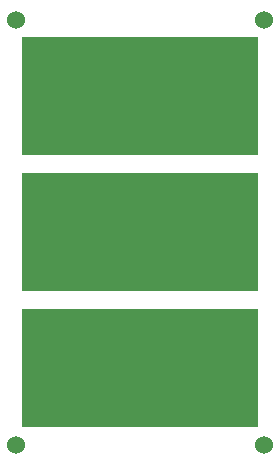
<source format=gbr>
G04*
G04 #@! TF.GenerationSoftware,Altium Limited,Altium Designer,23.10.1 (27)*
G04*
G04 Layer_Color=255*
%FSLAX44Y44*%
%MOMM*%
G71*
G04*
G04 #@! TF.SameCoordinates,C40AB362-5B66-420F-9F68-920D16D289EC*
G04*
G04*
G04 #@! TF.FilePolarity,Positive*
G04*
G01*
G75*
%ADD28C,1.5240*%
%ADD30R,20.0000X10.0000*%
D28*
X230000Y380000D02*
D03*
X20000D02*
D03*
X230000Y20000D02*
D03*
X20000D02*
D03*
D30*
X125000Y200000D02*
D03*
Y85000D02*
D03*
Y315000D02*
D03*
M02*

</source>
